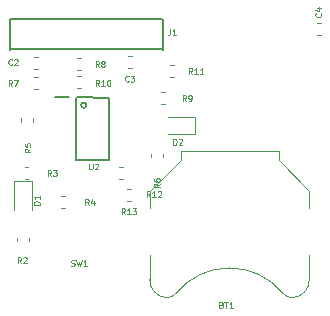
<source format=gto>
G04 #@! TF.GenerationSoftware,KiCad,Pcbnew,(5.0.2)-1*
G04 #@! TF.CreationDate,2019-06-03T11:30:13-05:00*
G04 #@! TF.ProjectId,ppg,7070672e-6b69-4636-9164-5f7063625858,V01*
G04 #@! TF.SameCoordinates,Original*
G04 #@! TF.FileFunction,Legend,Top*
G04 #@! TF.FilePolarity,Positive*
%FSLAX46Y46*%
G04 Gerber Fmt 4.6, Leading zero omitted, Abs format (unit mm)*
G04 Created by KiCad (PCBNEW (5.0.2)-1) date 6/3/2019 11:30:13 AM*
%MOMM*%
%LPD*%
G01*
G04 APERTURE LIST*
%ADD10C,0.120000*%
%ADD11C,0.150000*%
%ADD12C,0.203200*%
%ADD13C,0.088900*%
%ADD14C,0.050000*%
G04 APERTURE END LIST*
D10*
G04 #@! TO.C,BT1*
X131760000Y-109440000D02*
X131760000Y-110890000D01*
X129160000Y-106840000D02*
X131760000Y-109440000D01*
X129160000Y-106040000D02*
X129160000Y-106840000D01*
X120860000Y-106040000D02*
X129160000Y-106040000D01*
X120860000Y-106840000D02*
X120860000Y-106040000D01*
X118260000Y-109440000D02*
X120860000Y-106840000D01*
X118260000Y-110890000D02*
X118260000Y-109440000D01*
X118260000Y-114890000D02*
X118260000Y-116990000D01*
X131760000Y-114890000D02*
X131760000Y-116990000D01*
X118260000Y-116940000D02*
G75*
G03X119710000Y-118490000I1500000J-50000D01*
G01*
X131760000Y-116940000D02*
G75*
G02X130310000Y-118490000I-1500000J-50000D01*
G01*
X129500661Y-118078671D02*
G75*
G03X120510000Y-118090000I-4490661J-3711329D01*
G01*
X119595385Y-118474160D02*
G75*
G03X120510000Y-118090000I124615J984160D01*
G01*
X130424615Y-118474160D02*
G75*
G02X129510000Y-118090000I-124615J984160D01*
G01*
G04 #@! TO.C,R12*
X115961279Y-108460000D02*
X115635721Y-108460000D01*
X115961279Y-107440000D02*
X115635721Y-107440000D01*
G04 #@! TO.C,C2*
X108429721Y-98110000D02*
X108755279Y-98110000D01*
X108429721Y-99130000D02*
X108755279Y-99130000D01*
G04 #@! TO.C,C3*
X116715279Y-98030000D02*
X116389721Y-98030000D01*
X116715279Y-99050000D02*
X116389721Y-99050000D01*
G04 #@! TO.C,C4*
X132399721Y-95248000D02*
X132725279Y-95248000D01*
X132399721Y-96268000D02*
X132725279Y-96268000D01*
G04 #@! TO.C,D1*
X108255000Y-111095000D02*
X108255000Y-108635000D01*
X108255000Y-108635000D02*
X106785000Y-108635000D01*
X106785000Y-108635000D02*
X106785000Y-111095000D01*
G04 #@! TO.C,D2*
X119824500Y-104621000D02*
X122109500Y-104621000D01*
X122109500Y-104621000D02*
X122109500Y-103151000D01*
X122109500Y-103151000D02*
X119824500Y-103151000D01*
G04 #@! TO.C,R2*
X107020000Y-113389721D02*
X107020000Y-113715279D01*
X108040000Y-113389721D02*
X108040000Y-113715279D01*
G04 #@! TO.C,R3*
X107664721Y-107410000D02*
X107990279Y-107410000D01*
X107664721Y-108430000D02*
X107990279Y-108430000D01*
G04 #@! TO.C,R4*
X111070279Y-110860000D02*
X110744721Y-110860000D01*
X111070279Y-109840000D02*
X110744721Y-109840000D01*
G04 #@! TO.C,R5*
X107360000Y-103635279D02*
X107360000Y-103309721D01*
X108380000Y-103635279D02*
X108380000Y-103309721D01*
G04 #@! TO.C,R6*
X119382000Y-106614279D02*
X119382000Y-106288721D01*
X118362000Y-106614279D02*
X118362000Y-106288721D01*
G04 #@! TO.C,R7*
X108459721Y-99790000D02*
X108785279Y-99790000D01*
X108459721Y-100810000D02*
X108785279Y-100810000D01*
G04 #@! TO.C,R8*
X112077221Y-99210000D02*
X112402779Y-99210000D01*
X112077221Y-98190000D02*
X112402779Y-98190000D01*
G04 #@! TO.C,R9*
X119510279Y-101090000D02*
X119184721Y-101090000D01*
X119510279Y-102110000D02*
X119184721Y-102110000D01*
G04 #@! TO.C,R10*
X112084721Y-100750000D02*
X112410279Y-100750000D01*
X112084721Y-99730000D02*
X112410279Y-99730000D01*
G04 #@! TO.C,R11*
X119947221Y-98770000D02*
X120272779Y-98770000D01*
X119947221Y-99790000D02*
X120272779Y-99790000D01*
G04 #@! TO.C,R13*
X116640279Y-109260000D02*
X116314721Y-109260000D01*
X116640279Y-110280000D02*
X116314721Y-110280000D01*
D11*
G04 #@! TO.C,U2*
X112050000Y-101570000D02*
X112050000Y-106850000D01*
X112050000Y-106850000D02*
X114790000Y-106860000D01*
X112080000Y-101500000D02*
X114770000Y-101540000D01*
X114770000Y-101540000D02*
X114780000Y-106850000D01*
D12*
X112890227Y-102190000D02*
G75*
G03X112890227Y-102190000I-220227J0D01*
G01*
D11*
X110240000Y-101530000D02*
X111440000Y-101530000D01*
G04 #@! TO.C,J1*
X107240000Y-94880000D02*
X119300000Y-94880000D01*
X119340000Y-94890000D02*
X119340000Y-97490000D01*
X119300000Y-97470000D02*
X106440000Y-97470000D01*
X106440000Y-97480000D02*
X106440000Y-94880000D01*
X106440000Y-94880000D02*
X107440000Y-94880000D01*
G04 #@! TO.C,BT1*
D13*
X124321142Y-119090285D02*
X124392571Y-119114095D01*
X124416380Y-119137904D01*
X124440190Y-119185523D01*
X124440190Y-119256952D01*
X124416380Y-119304571D01*
X124392571Y-119328380D01*
X124344952Y-119352190D01*
X124154476Y-119352190D01*
X124154476Y-118852190D01*
X124321142Y-118852190D01*
X124368761Y-118876000D01*
X124392571Y-118899809D01*
X124416380Y-118947428D01*
X124416380Y-118995047D01*
X124392571Y-119042666D01*
X124368761Y-119066476D01*
X124321142Y-119090285D01*
X124154476Y-119090285D01*
X124583047Y-118852190D02*
X124868761Y-118852190D01*
X124725904Y-119352190D02*
X124725904Y-118852190D01*
X125297333Y-119352190D02*
X125011619Y-119352190D01*
X125154476Y-119352190D02*
X125154476Y-118852190D01*
X125106857Y-118923619D01*
X125059238Y-118971238D01*
X125011619Y-118995047D01*
G04 #@! TO.C,R12*
X118296571Y-109954190D02*
X118129904Y-109716095D01*
X118010857Y-109954190D02*
X118010857Y-109454190D01*
X118201333Y-109454190D01*
X118248952Y-109478000D01*
X118272761Y-109501809D01*
X118296571Y-109549428D01*
X118296571Y-109620857D01*
X118272761Y-109668476D01*
X118248952Y-109692285D01*
X118201333Y-109716095D01*
X118010857Y-109716095D01*
X118772761Y-109954190D02*
X118487047Y-109954190D01*
X118629904Y-109954190D02*
X118629904Y-109454190D01*
X118582285Y-109525619D01*
X118534666Y-109573238D01*
X118487047Y-109597047D01*
X118963238Y-109501809D02*
X118987047Y-109478000D01*
X119034666Y-109454190D01*
X119153714Y-109454190D01*
X119201333Y-109478000D01*
X119225142Y-109501809D01*
X119248952Y-109549428D01*
X119248952Y-109597047D01*
X119225142Y-109668476D01*
X118939428Y-109954190D01*
X119248952Y-109954190D01*
G04 #@! TO.C,C2*
X106596666Y-98730571D02*
X106572857Y-98754380D01*
X106501428Y-98778190D01*
X106453809Y-98778190D01*
X106382380Y-98754380D01*
X106334761Y-98706761D01*
X106310952Y-98659142D01*
X106287142Y-98563904D01*
X106287142Y-98492476D01*
X106310952Y-98397238D01*
X106334761Y-98349619D01*
X106382380Y-98302000D01*
X106453809Y-98278190D01*
X106501428Y-98278190D01*
X106572857Y-98302000D01*
X106596666Y-98325809D01*
X106787142Y-98325809D02*
X106810952Y-98302000D01*
X106858571Y-98278190D01*
X106977619Y-98278190D01*
X107025238Y-98302000D01*
X107049047Y-98325809D01*
X107072857Y-98373428D01*
X107072857Y-98421047D01*
X107049047Y-98492476D01*
X106763333Y-98778190D01*
X107072857Y-98778190D01*
G04 #@! TO.C,C3*
X116469166Y-100148571D02*
X116445357Y-100172380D01*
X116373928Y-100196190D01*
X116326309Y-100196190D01*
X116254880Y-100172380D01*
X116207261Y-100124761D01*
X116183452Y-100077142D01*
X116159642Y-99981904D01*
X116159642Y-99910476D01*
X116183452Y-99815238D01*
X116207261Y-99767619D01*
X116254880Y-99720000D01*
X116326309Y-99696190D01*
X116373928Y-99696190D01*
X116445357Y-99720000D01*
X116469166Y-99743809D01*
X116635833Y-99696190D02*
X116945357Y-99696190D01*
X116778690Y-99886666D01*
X116850119Y-99886666D01*
X116897738Y-99910476D01*
X116921547Y-99934285D01*
X116945357Y-99981904D01*
X116945357Y-100100952D01*
X116921547Y-100148571D01*
X116897738Y-100172380D01*
X116850119Y-100196190D01*
X116707261Y-100196190D01*
X116659642Y-100172380D01*
X116635833Y-100148571D01*
G04 #@! TO.C,C4*
X132741071Y-94411333D02*
X132764880Y-94435142D01*
X132788690Y-94506571D01*
X132788690Y-94554190D01*
X132764880Y-94625619D01*
X132717261Y-94673238D01*
X132669642Y-94697047D01*
X132574404Y-94720857D01*
X132502976Y-94720857D01*
X132407738Y-94697047D01*
X132360119Y-94673238D01*
X132312500Y-94625619D01*
X132288690Y-94554190D01*
X132288690Y-94506571D01*
X132312500Y-94435142D01*
X132336309Y-94411333D01*
X132455357Y-93982761D02*
X132788690Y-93982761D01*
X132264880Y-94101809D02*
X132622023Y-94220857D01*
X132622023Y-93911333D01*
G04 #@! TO.C,D1*
X108938190Y-110605047D02*
X108438190Y-110605047D01*
X108438190Y-110486000D01*
X108462000Y-110414571D01*
X108509619Y-110366952D01*
X108557238Y-110343142D01*
X108652476Y-110319333D01*
X108723904Y-110319333D01*
X108819142Y-110343142D01*
X108866761Y-110366952D01*
X108914380Y-110414571D01*
X108938190Y-110486000D01*
X108938190Y-110605047D01*
X108938190Y-109843142D02*
X108938190Y-110128857D01*
X108938190Y-109986000D02*
X108438190Y-109986000D01*
X108509619Y-110033619D01*
X108557238Y-110081238D01*
X108581047Y-110128857D01*
G04 #@! TO.C,D2*
X120255452Y-105542190D02*
X120255452Y-105042190D01*
X120374500Y-105042190D01*
X120445928Y-105066000D01*
X120493547Y-105113619D01*
X120517357Y-105161238D01*
X120541166Y-105256476D01*
X120541166Y-105327904D01*
X120517357Y-105423142D01*
X120493547Y-105470761D01*
X120445928Y-105518380D01*
X120374500Y-105542190D01*
X120255452Y-105542190D01*
X120731642Y-105089809D02*
X120755452Y-105066000D01*
X120803071Y-105042190D01*
X120922119Y-105042190D01*
X120969738Y-105066000D01*
X120993547Y-105089809D01*
X121017357Y-105137428D01*
X121017357Y-105185047D01*
X120993547Y-105256476D01*
X120707833Y-105542190D01*
X121017357Y-105542190D01*
G04 #@! TO.C,R2*
X107358666Y-115542190D02*
X107192000Y-115304095D01*
X107072952Y-115542190D02*
X107072952Y-115042190D01*
X107263428Y-115042190D01*
X107311047Y-115066000D01*
X107334857Y-115089809D01*
X107358666Y-115137428D01*
X107358666Y-115208857D01*
X107334857Y-115256476D01*
X107311047Y-115280285D01*
X107263428Y-115304095D01*
X107072952Y-115304095D01*
X107549142Y-115089809D02*
X107572952Y-115066000D01*
X107620571Y-115042190D01*
X107739619Y-115042190D01*
X107787238Y-115066000D01*
X107811047Y-115089809D01*
X107834857Y-115137428D01*
X107834857Y-115185047D01*
X107811047Y-115256476D01*
X107525333Y-115542190D01*
X107834857Y-115542190D01*
G04 #@! TO.C,R3*
X109898666Y-108176190D02*
X109732000Y-107938095D01*
X109612952Y-108176190D02*
X109612952Y-107676190D01*
X109803428Y-107676190D01*
X109851047Y-107700000D01*
X109874857Y-107723809D01*
X109898666Y-107771428D01*
X109898666Y-107842857D01*
X109874857Y-107890476D01*
X109851047Y-107914285D01*
X109803428Y-107938095D01*
X109612952Y-107938095D01*
X110065333Y-107676190D02*
X110374857Y-107676190D01*
X110208190Y-107866666D01*
X110279619Y-107866666D01*
X110327238Y-107890476D01*
X110351047Y-107914285D01*
X110374857Y-107961904D01*
X110374857Y-108080952D01*
X110351047Y-108128571D01*
X110327238Y-108152380D01*
X110279619Y-108176190D01*
X110136761Y-108176190D01*
X110089142Y-108152380D01*
X110065333Y-108128571D01*
G04 #@! TO.C,R4*
X113086666Y-110656190D02*
X112920000Y-110418095D01*
X112800952Y-110656190D02*
X112800952Y-110156190D01*
X112991428Y-110156190D01*
X113039047Y-110180000D01*
X113062857Y-110203809D01*
X113086666Y-110251428D01*
X113086666Y-110322857D01*
X113062857Y-110370476D01*
X113039047Y-110394285D01*
X112991428Y-110418095D01*
X112800952Y-110418095D01*
X113515238Y-110322857D02*
X113515238Y-110656190D01*
X113396190Y-110132380D02*
X113277142Y-110489523D01*
X113586666Y-110489523D01*
G04 #@! TO.C,R5*
X108156190Y-105885833D02*
X107918095Y-106052500D01*
X108156190Y-106171547D02*
X107656190Y-106171547D01*
X107656190Y-105981071D01*
X107680000Y-105933452D01*
X107703809Y-105909642D01*
X107751428Y-105885833D01*
X107822857Y-105885833D01*
X107870476Y-105909642D01*
X107894285Y-105933452D01*
X107918095Y-105981071D01*
X107918095Y-106171547D01*
X107656190Y-105433452D02*
X107656190Y-105671547D01*
X107894285Y-105695357D01*
X107870476Y-105671547D01*
X107846666Y-105623928D01*
X107846666Y-105504880D01*
X107870476Y-105457261D01*
X107894285Y-105433452D01*
X107941904Y-105409642D01*
X108060952Y-105409642D01*
X108108571Y-105433452D01*
X108132380Y-105457261D01*
X108156190Y-105504880D01*
X108156190Y-105623928D01*
X108132380Y-105671547D01*
X108108571Y-105695357D01*
G04 #@! TO.C,R6*
X119098190Y-108846333D02*
X118860095Y-109013000D01*
X119098190Y-109132047D02*
X118598190Y-109132047D01*
X118598190Y-108941571D01*
X118622000Y-108893952D01*
X118645809Y-108870142D01*
X118693428Y-108846333D01*
X118764857Y-108846333D01*
X118812476Y-108870142D01*
X118836285Y-108893952D01*
X118860095Y-108941571D01*
X118860095Y-109132047D01*
X118598190Y-108417761D02*
X118598190Y-108513000D01*
X118622000Y-108560619D01*
X118645809Y-108584428D01*
X118717238Y-108632047D01*
X118812476Y-108655857D01*
X119002952Y-108655857D01*
X119050571Y-108632047D01*
X119074380Y-108608238D01*
X119098190Y-108560619D01*
X119098190Y-108465380D01*
X119074380Y-108417761D01*
X119050571Y-108393952D01*
X119002952Y-108370142D01*
X118883904Y-108370142D01*
X118836285Y-108393952D01*
X118812476Y-108417761D01*
X118788666Y-108465380D01*
X118788666Y-108560619D01*
X118812476Y-108608238D01*
X118836285Y-108632047D01*
X118883904Y-108655857D01*
G04 #@! TO.C,R7*
X106596666Y-100556190D02*
X106430000Y-100318095D01*
X106310952Y-100556190D02*
X106310952Y-100056190D01*
X106501428Y-100056190D01*
X106549047Y-100080000D01*
X106572857Y-100103809D01*
X106596666Y-100151428D01*
X106596666Y-100222857D01*
X106572857Y-100270476D01*
X106549047Y-100294285D01*
X106501428Y-100318095D01*
X106310952Y-100318095D01*
X106763333Y-100056190D02*
X107096666Y-100056190D01*
X106882380Y-100556190D01*
G04 #@! TO.C,R8*
X113962666Y-98956190D02*
X113796000Y-98718095D01*
X113676952Y-98956190D02*
X113676952Y-98456190D01*
X113867428Y-98456190D01*
X113915047Y-98480000D01*
X113938857Y-98503809D01*
X113962666Y-98551428D01*
X113962666Y-98622857D01*
X113938857Y-98670476D01*
X113915047Y-98694285D01*
X113867428Y-98718095D01*
X113676952Y-98718095D01*
X114248380Y-98670476D02*
X114200761Y-98646666D01*
X114176952Y-98622857D01*
X114153142Y-98575238D01*
X114153142Y-98551428D01*
X114176952Y-98503809D01*
X114200761Y-98480000D01*
X114248380Y-98456190D01*
X114343619Y-98456190D01*
X114391238Y-98480000D01*
X114415047Y-98503809D01*
X114438857Y-98551428D01*
X114438857Y-98575238D01*
X114415047Y-98622857D01*
X114391238Y-98646666D01*
X114343619Y-98670476D01*
X114248380Y-98670476D01*
X114200761Y-98694285D01*
X114176952Y-98718095D01*
X114153142Y-98765714D01*
X114153142Y-98860952D01*
X114176952Y-98908571D01*
X114200761Y-98932380D01*
X114248380Y-98956190D01*
X114343619Y-98956190D01*
X114391238Y-98932380D01*
X114415047Y-98908571D01*
X114438857Y-98860952D01*
X114438857Y-98765714D01*
X114415047Y-98718095D01*
X114391238Y-98694285D01*
X114343619Y-98670476D01*
G04 #@! TO.C,R9*
X121328666Y-101826190D02*
X121162000Y-101588095D01*
X121042952Y-101826190D02*
X121042952Y-101326190D01*
X121233428Y-101326190D01*
X121281047Y-101350000D01*
X121304857Y-101373809D01*
X121328666Y-101421428D01*
X121328666Y-101492857D01*
X121304857Y-101540476D01*
X121281047Y-101564285D01*
X121233428Y-101588095D01*
X121042952Y-101588095D01*
X121566761Y-101826190D02*
X121662000Y-101826190D01*
X121709619Y-101802380D01*
X121733428Y-101778571D01*
X121781047Y-101707142D01*
X121804857Y-101611904D01*
X121804857Y-101421428D01*
X121781047Y-101373809D01*
X121757238Y-101350000D01*
X121709619Y-101326190D01*
X121614380Y-101326190D01*
X121566761Y-101350000D01*
X121542952Y-101373809D01*
X121519142Y-101421428D01*
X121519142Y-101540476D01*
X121542952Y-101588095D01*
X121566761Y-101611904D01*
X121614380Y-101635714D01*
X121709619Y-101635714D01*
X121757238Y-101611904D01*
X121781047Y-101588095D01*
X121804857Y-101540476D01*
G04 #@! TO.C,R10*
X113978571Y-100556190D02*
X113811904Y-100318095D01*
X113692857Y-100556190D02*
X113692857Y-100056190D01*
X113883333Y-100056190D01*
X113930952Y-100080000D01*
X113954761Y-100103809D01*
X113978571Y-100151428D01*
X113978571Y-100222857D01*
X113954761Y-100270476D01*
X113930952Y-100294285D01*
X113883333Y-100318095D01*
X113692857Y-100318095D01*
X114454761Y-100556190D02*
X114169047Y-100556190D01*
X114311904Y-100556190D02*
X114311904Y-100056190D01*
X114264285Y-100127619D01*
X114216666Y-100175238D01*
X114169047Y-100199047D01*
X114764285Y-100056190D02*
X114811904Y-100056190D01*
X114859523Y-100080000D01*
X114883333Y-100103809D01*
X114907142Y-100151428D01*
X114930952Y-100246666D01*
X114930952Y-100365714D01*
X114907142Y-100460952D01*
X114883333Y-100508571D01*
X114859523Y-100532380D01*
X114811904Y-100556190D01*
X114764285Y-100556190D01*
X114716666Y-100532380D01*
X114692857Y-100508571D01*
X114669047Y-100460952D01*
X114645238Y-100365714D01*
X114645238Y-100246666D01*
X114669047Y-100151428D01*
X114692857Y-100103809D01*
X114716666Y-100080000D01*
X114764285Y-100056190D01*
G04 #@! TO.C,R11*
X121852571Y-99540190D02*
X121685904Y-99302095D01*
X121566857Y-99540190D02*
X121566857Y-99040190D01*
X121757333Y-99040190D01*
X121804952Y-99064000D01*
X121828761Y-99087809D01*
X121852571Y-99135428D01*
X121852571Y-99206857D01*
X121828761Y-99254476D01*
X121804952Y-99278285D01*
X121757333Y-99302095D01*
X121566857Y-99302095D01*
X122328761Y-99540190D02*
X122043047Y-99540190D01*
X122185904Y-99540190D02*
X122185904Y-99040190D01*
X122138285Y-99111619D01*
X122090666Y-99159238D01*
X122043047Y-99183047D01*
X122804952Y-99540190D02*
X122519238Y-99540190D01*
X122662095Y-99540190D02*
X122662095Y-99040190D01*
X122614476Y-99111619D01*
X122566857Y-99159238D01*
X122519238Y-99183047D01*
G04 #@! TO.C,R13*
D14*
X116156071Y-111426190D02*
X115989404Y-111188095D01*
X115870357Y-111426190D02*
X115870357Y-110926190D01*
X116060833Y-110926190D01*
X116108452Y-110950000D01*
X116132261Y-110973809D01*
X116156071Y-111021428D01*
X116156071Y-111092857D01*
X116132261Y-111140476D01*
X116108452Y-111164285D01*
X116060833Y-111188095D01*
X115870357Y-111188095D01*
X116632261Y-111426190D02*
X116346547Y-111426190D01*
X116489404Y-111426190D02*
X116489404Y-110926190D01*
X116441785Y-110997619D01*
X116394166Y-111045238D01*
X116346547Y-111069047D01*
X116798928Y-110926190D02*
X117108452Y-110926190D01*
X116941785Y-111116666D01*
X117013214Y-111116666D01*
X117060833Y-111140476D01*
X117084642Y-111164285D01*
X117108452Y-111211904D01*
X117108452Y-111330952D01*
X117084642Y-111378571D01*
X117060833Y-111402380D01*
X117013214Y-111426190D01*
X116870357Y-111426190D01*
X116822738Y-111402380D01*
X116798928Y-111378571D01*
G04 #@! TO.C,SW1*
D13*
X111601333Y-115772380D02*
X111672761Y-115796190D01*
X111791809Y-115796190D01*
X111839428Y-115772380D01*
X111863238Y-115748571D01*
X111887047Y-115700952D01*
X111887047Y-115653333D01*
X111863238Y-115605714D01*
X111839428Y-115581904D01*
X111791809Y-115558095D01*
X111696571Y-115534285D01*
X111648952Y-115510476D01*
X111625142Y-115486666D01*
X111601333Y-115439047D01*
X111601333Y-115391428D01*
X111625142Y-115343809D01*
X111648952Y-115320000D01*
X111696571Y-115296190D01*
X111815619Y-115296190D01*
X111887047Y-115320000D01*
X112053714Y-115296190D02*
X112172761Y-115796190D01*
X112268000Y-115439047D01*
X112363238Y-115796190D01*
X112482285Y-115296190D01*
X112934666Y-115796190D02*
X112648952Y-115796190D01*
X112791809Y-115796190D02*
X112791809Y-115296190D01*
X112744190Y-115367619D01*
X112696571Y-115415238D01*
X112648952Y-115439047D01*
G04 #@! TO.C,U2*
X113129047Y-107126190D02*
X113129047Y-107530952D01*
X113152857Y-107578571D01*
X113176666Y-107602380D01*
X113224285Y-107626190D01*
X113319523Y-107626190D01*
X113367142Y-107602380D01*
X113390952Y-107578571D01*
X113414761Y-107530952D01*
X113414761Y-107126190D01*
X113629047Y-107173809D02*
X113652857Y-107150000D01*
X113700476Y-107126190D01*
X113819523Y-107126190D01*
X113867142Y-107150000D01*
X113890952Y-107173809D01*
X113914761Y-107221428D01*
X113914761Y-107269047D01*
X113890952Y-107340476D01*
X113605238Y-107626190D01*
X113914761Y-107626190D01*
G04 #@! TO.C,J1*
X119975333Y-95738190D02*
X119975333Y-96095333D01*
X119951523Y-96166761D01*
X119903904Y-96214380D01*
X119832476Y-96238190D01*
X119784857Y-96238190D01*
X120475333Y-96238190D02*
X120189619Y-96238190D01*
X120332476Y-96238190D02*
X120332476Y-95738190D01*
X120284857Y-95809619D01*
X120237238Y-95857238D01*
X120189619Y-95881047D01*
G04 #@! TD*
M02*

</source>
